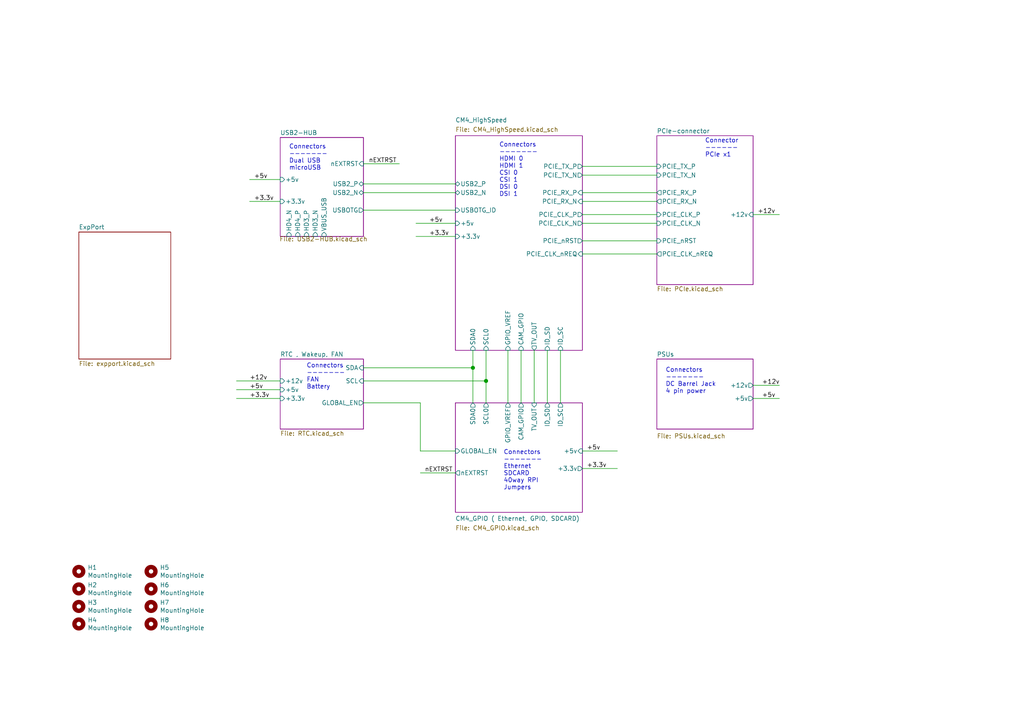
<source format=kicad_sch>
(kicad_sch (version 20230121) (generator eeschema)

  (uuid e63e39d7-6ac0-4ffd-8aa3-1841a4541b55)

  (paper "A4")

  (title_block
    (title "Compute Module 4 IO Board - Top Level")
    (rev "1")
    (company "© 2020-2022 Raspberry Pi Ltd (formerly Raspberry Pi (Trading) Ltd.)")
    (comment 1 "www.raspberrypi.com")
  )

  (lib_symbols
    (symbol "Mechanical:MountingHole" (in_bom yes) (on_board yes)
      (property "Reference" "H" (at 0 5.08 0)
        (effects (font (size 1.27 1.27)))
      )
      (property "Value" "MountingHole" (at 0 3.175 0)
        (effects (font (size 1.27 1.27)))
      )
      (property "Footprint" "" (at 0 0 0)
        (effects (font (size 1.27 1.27)) hide)
      )
      (property "Datasheet" "~" (at 0 0 0)
        (effects (font (size 1.27 1.27)) hide)
      )
      (property "ki_keywords" "mounting hole" (at 0 0 0)
        (effects (font (size 1.27 1.27)) hide)
      )
      (property "ki_description" "Mounting Hole without connection" (at 0 0 0)
        (effects (font (size 1.27 1.27)) hide)
      )
      (property "ki_fp_filters" "MountingHole*" (at 0 0 0)
        (effects (font (size 1.27 1.27)) hide)
      )
      (symbol "MountingHole_0_1"
        (circle (center 0 0) (radius 1.27)
          (stroke (width 1.27) (type default))
          (fill (type none))
        )
      )
    )
  )

  (junction (at 140.97 110.49) (diameter 1.016) (color 0 0 0 0)
    (uuid 87c78429-be2b-40ed-8d3b-56cb9666a56f)
  )
  (junction (at 137.16 106.68) (diameter 1.016) (color 0 0 0 0)
    (uuid 99030c03-63b4-49ba-b5ab-4d56974f7963)
  )

  (wire (pts (xy 81.28 52.07) (xy 72.39 52.07))
    (stroke (width 0) (type solid))
    (uuid 02165243-61a3-4857-84ba-71a77cb9a387)
  )
  (wire (pts (xy 168.91 55.88) (xy 190.5 55.88))
    (stroke (width 0) (type solid))
    (uuid 04f5865e-f449-4408-a0c8-771cccfcb129)
  )
  (wire (pts (xy 105.41 47.498) (xy 115.824 47.498))
    (stroke (width 0) (type solid))
    (uuid 0f3c9e3a-9c59-4881-b27a-d0e982b3ea8e)
  )
  (wire (pts (xy 168.91 69.85) (xy 190.5 69.85))
    (stroke (width 0) (type solid))
    (uuid 213a2af1-412b-47f4-ab3b-c5f43b6be7a6)
  )
  (wire (pts (xy 151.13 116.84) (xy 151.13 101.6))
    (stroke (width 0) (type solid))
    (uuid 29256b3d-9450-4c0a-a4d4-911f04b9c140)
  )
  (wire (pts (xy 137.16 101.6) (xy 137.16 106.68))
    (stroke (width 0) (type solid))
    (uuid 2bef89de-08c7-4a13-9d85-67948d429ca0)
  )
  (wire (pts (xy 162.56 116.84) (xy 162.56 101.6))
    (stroke (width 0) (type solid))
    (uuid 2d6718e7-f18d-444d-9792-ddf1a113460c)
  )
  (wire (pts (xy 147.32 101.6) (xy 147.32 116.84))
    (stroke (width 0) (type solid))
    (uuid 37e4dc66-4492-4061-908d-7213940a2ec3)
  )
  (wire (pts (xy 168.91 135.89) (xy 179.07 135.89))
    (stroke (width 0) (type solid))
    (uuid 43891a3c-749f-498d-ba99-685a27689b0d)
  )
  (wire (pts (xy 105.41 55.88) (xy 132.08 55.88))
    (stroke (width 0) (type solid))
    (uuid 46cfd089-6873-4d8b-89af-02ff30e49472)
  )
  (wire (pts (xy 140.97 110.49) (xy 140.97 101.6))
    (stroke (width 0) (type solid))
    (uuid 483f60da-14d7-4f88-8d01-3f9f30784c70)
  )
  (wire (pts (xy 168.91 58.42) (xy 190.5 58.42))
    (stroke (width 0) (type solid))
    (uuid 6199bec7-e7eb-4ae0-b9ec-c563e157d635)
  )
  (wire (pts (xy 105.41 110.49) (xy 140.97 110.49))
    (stroke (width 0) (type solid))
    (uuid 68b52f01-fa04-4908-bf88-60c62ace1cfa)
  )
  (wire (pts (xy 137.16 106.68) (xy 137.16 116.84))
    (stroke (width 0) (type solid))
    (uuid 6ca3c38c-4e71-4202-b6c1-1b25f04a27ae)
  )
  (wire (pts (xy 168.91 50.8) (xy 190.5 50.8))
    (stroke (width 0) (type solid))
    (uuid 71c77456-1405-42e3-95ed-69e629de0558)
  )
  (wire (pts (xy 120.65 64.77) (xy 132.08 64.77))
    (stroke (width 0) (type solid))
    (uuid 7e969d15-6cc0-4258-8b27-586608a21adb)
  )
  (wire (pts (xy 168.91 64.77) (xy 190.5 64.77))
    (stroke (width 0) (type solid))
    (uuid 7f3eb118-a20c-4239-b800-c9211c66847d)
  )
  (wire (pts (xy 81.28 58.42) (xy 72.39 58.42))
    (stroke (width 0) (type solid))
    (uuid 825c70b0-4860-42b7-97dc-86bfa46e06fd)
  )
  (wire (pts (xy 218.44 62.23) (xy 226.06 62.23))
    (stroke (width 0) (type solid))
    (uuid 909b030b-fa1a-4fe8-b1ee-422b4d9e23cf)
  )
  (wire (pts (xy 218.44 111.76) (xy 226.06 111.76))
    (stroke (width 0) (type solid))
    (uuid 936e2ca6-11ae-4f42-9128-52bb329f3d21)
  )
  (wire (pts (xy 105.41 106.68) (xy 137.16 106.68))
    (stroke (width 0) (type solid))
    (uuid 9d984d1b-8097-407f-92f3-3ef68867dcfa)
  )
  (wire (pts (xy 68.58 113.03) (xy 81.28 113.03))
    (stroke (width 0) (type solid))
    (uuid 9ff4672a-e1a4-4a1e-887d-1b9a3429d278)
  )
  (wire (pts (xy 158.75 101.6) (xy 158.75 116.84))
    (stroke (width 0) (type solid))
    (uuid b603d26a-e034-42fb-8327-b60c5bf9cdd2)
  )
  (wire (pts (xy 105.41 116.84) (xy 121.92 116.84))
    (stroke (width 0) (type solid))
    (uuid b8c83ad1-b3c9-495c-bdc6-62dead00f5ad)
  )
  (wire (pts (xy 154.94 116.84) (xy 154.94 101.6))
    (stroke (width 0) (type solid))
    (uuid b994142f-02ac-4881-9587-6d3df53c96d2)
  )
  (wire (pts (xy 105.41 60.96) (xy 132.08 60.96))
    (stroke (width 0) (type solid))
    (uuid bb4f0314-c44c-4dda-b85c-537120eaae9a)
  )
  (wire (pts (xy 81.28 115.57) (xy 68.58 115.57))
    (stroke (width 0) (type solid))
    (uuid bbb15673-6d42-42b8-9d51-7515b3ad9ee9)
  )
  (wire (pts (xy 132.08 68.58) (xy 120.65 68.58))
    (stroke (width 0) (type solid))
    (uuid cb868d2e-5efb-4bfb-8796-88435b326918)
  )
  (wire (pts (xy 179.07 130.81) (xy 168.91 130.81))
    (stroke (width 0) (type solid))
    (uuid cbc539d2-6a10-4052-9b7a-f10326dcac67)
  )
  (wire (pts (xy 168.91 73.66) (xy 190.5 73.66))
    (stroke (width 0) (type solid))
    (uuid d2de4093-1fc2-4bc1-94b6-4d0fe3426c6f)
  )
  (wire (pts (xy 168.91 62.23) (xy 190.5 62.23))
    (stroke (width 0) (type solid))
    (uuid e47adf3d-9c24-4345-80c9-66679cad107e)
  )
  (wire (pts (xy 105.41 53.34) (xy 132.08 53.34))
    (stroke (width 0) (type solid))
    (uuid e83e0227-ac0f-4180-82bd-68d3a7b56476)
  )
  (wire (pts (xy 218.44 115.57) (xy 226.06 115.57))
    (stroke (width 0) (type solid))
    (uuid ebadd2a5-21ab-4a7e-b5bc-6f737367e560)
  )
  (wire (pts (xy 68.58 110.49) (xy 81.28 110.49))
    (stroke (width 0) (type solid))
    (uuid edc9ab4f-487a-48dc-95f2-4d87f0e9cf9e)
  )
  (wire (pts (xy 121.92 137.16) (xy 132.08 137.16))
    (stroke (width 0) (type solid))
    (uuid f022716e-b121-4cbf-a833-20e924070c22)
  )
  (wire (pts (xy 168.91 48.26) (xy 190.5 48.26))
    (stroke (width 0) (type solid))
    (uuid f144a97d-c3f0-423f-b0a9-3f7dbc42478b)
  )
  (wire (pts (xy 121.92 130.81) (xy 121.92 116.84))
    (stroke (width 0) (type solid))
    (uuid f1dd8642-b405-490b-a449-d1cc5797fda8)
  )
  (wire (pts (xy 140.97 116.84) (xy 140.97 110.49))
    (stroke (width 0) (type solid))
    (uuid fb03d859-dcc9-4533-b352-64830e0e5423)
  )
  (wire (pts (xy 132.08 130.81) (xy 121.92 130.81))
    (stroke (width 0) (type solid))
    (uuid fc0a4225-db46-4d48-8163-d522602d57cd)
  )

  (text "Connectors\n-------\nFAN\nBattery" (at 88.9 113.03 0)
    (effects (font (size 1.27 1.27)) (justify left bottom))
    (uuid 0c30a4be-5679-499f-8c5b-5f3024f9d6cf)
  )
  (text "Connector\n------\nPCIe x1" (at 204.47 45.72 0)
    (effects (font (size 1.27 1.27)) (justify left bottom))
    (uuid 2f3deced-880d-4075-a81b-95c62da5b94d)
  )
  (text "Connectors\n-------\nDC Barrel Jack\n4 pin power" (at 193.04 114.3 0)
    (effects (font (size 1.27 1.27)) (justify left bottom))
    (uuid 3cfcbcc7-4f45-46ab-82a8-c414c7972161)
  )
  (text "Connectors\n-------\nDual USB\nmicroUSB" (at 83.82 49.53 0)
    (effects (font (size 1.27 1.27)) (justify left bottom))
    (uuid 4dc6088c-89a5-4db7-b3ae-db4b6396ad49)
  )
  (text "Connectors\n-------\nEthernet\nSDCARD\n40way RPI\nJumpers"
    (at 146.05 142.24 0)
    (effects (font (size 1.27 1.27)) (justify left bottom))
    (uuid a501555e-bbc7-4b58-ad89-28a0cd3dd6d0)
  )
  (text "Connectors\n-------\nHDMI 0\nHDMI 1\nCSI 0\nCSI 1\nDSI 0\nDSI 1"
    (at 144.78 57.15 0)
    (effects (font (size 1.27 1.27)) (justify left bottom))
    (uuid db83d0af-e085-4050-8496-fa2ebdecbd62)
  )

  (label "+5v" (at 220.98 115.57 0) (fields_autoplaced)
    (effects (font (size 1.27 1.27)) (justify left bottom))
    (uuid 0d35483a-0b12-46cc-b9f2-896fd6831779)
  )
  (label "+12v" (at 72.39 110.49 0) (fields_autoplaced)
    (effects (font (size 1.27 1.27)) (justify left bottom))
    (uuid 4d609e7c-74c9-4ae9-a26d-946ff00c167d)
  )
  (label "+5v" (at 170.18 130.81 0) (fields_autoplaced)
    (effects (font (size 1.27 1.27)) (justify left bottom))
    (uuid 55992e35-fe7b-468a-9b7a-1e4dc931b904)
  )
  (label "+5v" (at 124.46 64.77 0) (fields_autoplaced)
    (effects (font (size 1.27 1.27)) (justify left bottom))
    (uuid 5740c959-93d8-47fd-8f68-62f0109e753d)
  )
  (label "+5v" (at 72.39 113.03 0) (fields_autoplaced)
    (effects (font (size 1.27 1.27)) (justify left bottom))
    (uuid 786b6072-5772-4bc1-8eeb-6c4e19f2a91b)
  )
  (label "+3.3v" (at 73.66 58.42 0) (fields_autoplaced)
    (effects (font (size 1.27 1.27)) (justify left bottom))
    (uuid 7e08f2a4-63d6-468b-bd8b-ec607077e023)
  )
  (label "+12v" (at 220.98 111.76 0) (fields_autoplaced)
    (effects (font (size 1.27 1.27)) (justify left bottom))
    (uuid 9702d639-3b1f-4825-8985-b32b9008503d)
  )
  (label "+3.3v" (at 72.39 115.57 0) (fields_autoplaced)
    (effects (font (size 1.27 1.27)) (justify left bottom))
    (uuid 9a9f2d82-f64d-4264-8bec-c182528fc4de)
  )
  (label "+3.3v" (at 170.18 135.89 0) (fields_autoplaced)
    (effects (font (size 1.27 1.27)) (justify left bottom))
    (uuid a06e8e78-f567-42e6-b645-013b1073ca31)
  )
  (label "+5v" (at 73.66 52.07 0) (fields_autoplaced)
    (effects (font (size 1.27 1.27)) (justify left bottom))
    (uuid b60c50d1-225e-415c-8712-7acb5e3dc8ea)
  )
  (label "nEXTRST" (at 106.934 47.498 0) (fields_autoplaced)
    (effects (font (size 1.27 1.27)) (justify left bottom))
    (uuid b6bcc3cf-50de-4a33-bc41-678825c1ecf2)
  )
  (label "+3.3v" (at 124.46 68.58 0) (fields_autoplaced)
    (effects (font (size 1.27 1.27)) (justify left bottom))
    (uuid c3c93de0-69b1-4a04-8e0b-d78caf487c63)
  )
  (label "+12v" (at 219.71 62.23 0) (fields_autoplaced)
    (effects (font (size 1.27 1.27)) (justify left bottom))
    (uuid ec9e24d8-d1c5-40e2-9812-dc315d05f470)
  )
  (label "nEXTRST" (at 123.19 137.16 0) (fields_autoplaced)
    (effects (font (size 1.27 1.27)) (justify left bottom))
    (uuid f9865a9f-edb8-49c7-828f-4896e1f3047a)
  )

  (symbol (lib_id "Mechanical:MountingHole") (at 22.86 180.975 0) (unit 1)
    (in_bom yes) (on_board yes) (dnp no)
    (uuid 00000000-0000-0000-0000-00005e3b1a1d)
    (property "Reference" "H4" (at 25.4 179.832 0)
      (effects (font (size 1.27 1.27)) (justify left))
    )
    (property "Value" "MountingHole" (at 25.4 182.118 0)
      (effects (font (size 1.27 1.27)) (justify left))
    )
    (property "Footprint" "MountingHole:MountingHole_2.7mm_M2.5" (at 22.86 180.975 0)
      (effects (font (size 1.27 1.27)) hide)
    )
    (property "Datasheet" "~" (at 22.86 180.975 0)
      (effects (font (size 1.27 1.27)) hide)
    )
    (property "Field4" "nf" (at 22.86 180.975 0)
      (effects (font (size 1.27 1.27)) hide)
    )
    (property "Field5" "nf" (at 22.86 180.975 0)
      (effects (font (size 1.27 1.27)) hide)
    )
    (property "Field6" "nf" (at 22.86 180.975 0)
      (effects (font (size 1.27 1.27)) hide)
    )
    (property "Field7" "nf" (at 22.86 180.975 0)
      (effects (font (size 1.27 1.27)) hide)
    )
    (property "Part Description" "M2.5 mounting hole" (at 22.86 180.975 0)
      (effects (font (size 1.27 1.27)) hide)
    )
    (instances
      (project "CM4RPMT"
        (path "/e63e39d7-6ac0-4ffd-8aa3-1841a4541b55"
          (reference "H4") (unit 1)
        )
      )
    )
  )

  (symbol (lib_id "Mechanical:MountingHole") (at 22.86 175.895 0) (unit 1)
    (in_bom yes) (on_board yes) (dnp no)
    (uuid 00000000-0000-0000-0000-00005e3b25a9)
    (property "Reference" "H3" (at 25.4 174.752 0)
      (effects (font (size 1.27 1.27)) (justify left))
    )
    (property "Value" "MountingHole" (at 25.4 177.038 0)
      (effects (font (size 1.27 1.27)) (justify left))
    )
    (property "Footprint" "MountingHole:MountingHole_2.7mm_M2.5" (at 22.86 175.895 0)
      (effects (font (size 1.27 1.27)) hide)
    )
    (property "Datasheet" "~" (at 22.86 175.895 0)
      (effects (font (size 1.27 1.27)) hide)
    )
    (property "Field4" "nf" (at 22.86 175.895 0)
      (effects (font (size 1.27 1.27)) hide)
    )
    (property "Field5" "nf" (at 22.86 175.895 0)
      (effects (font (size 1.27 1.27)) hide)
    )
    (property "Field6" "nf" (at 22.86 175.895 0)
      (effects (font (size 1.27 1.27)) hide)
    )
    (property "Field7" "nf" (at 22.86 175.895 0)
      (effects (font (size 1.27 1.27)) hide)
    )
    (property "Part Description" "M2.5 mounting hole" (at 22.86 175.895 0)
      (effects (font (size 1.27 1.27)) hide)
    )
    (instances
      (project "CM4RPMT"
        (path "/e63e39d7-6ac0-4ffd-8aa3-1841a4541b55"
          (reference "H3") (unit 1)
        )
      )
    )
  )

  (symbol (lib_id "Mechanical:MountingHole") (at 22.86 170.815 0) (unit 1)
    (in_bom yes) (on_board yes) (dnp no)
    (uuid 00000000-0000-0000-0000-00005e3b2cb2)
    (property "Reference" "H2" (at 25.4 169.672 0)
      (effects (font (size 1.27 1.27)) (justify left))
    )
    (property "Value" "MountingHole" (at 25.4 171.958 0)
      (effects (font (size 1.27 1.27)) (justify left))
    )
    (property "Footprint" "MountingHole:MountingHole_2.7mm_M2.5" (at 22.86 170.815 0)
      (effects (font (size 1.27 1.27)) hide)
    )
    (property "Datasheet" "~" (at 22.86 170.815 0)
      (effects (font (size 1.27 1.27)) hide)
    )
    (property "Field4" "nf" (at 22.86 170.815 0)
      (effects (font (size 1.27 1.27)) hide)
    )
    (property "Field5" "nf" (at 22.86 170.815 0)
      (effects (font (size 1.27 1.27)) hide)
    )
    (property "Field6" "nf" (at 22.86 170.815 0)
      (effects (font (size 1.27 1.27)) hide)
    )
    (property "Field7" "nf" (at 22.86 170.815 0)
      (effects (font (size 1.27 1.27)) hide)
    )
    (property "Part Description" "M2.5 mounting hole" (at 22.86 170.815 0)
      (effects (font (size 1.27 1.27)) hide)
    )
    (instances
      (project "CM4RPMT"
        (path "/e63e39d7-6ac0-4ffd-8aa3-1841a4541b55"
          (reference "H2") (unit 1)
        )
      )
    )
  )

  (symbol (lib_id "Mechanical:MountingHole") (at 22.86 165.735 0) (unit 1)
    (in_bom yes) (on_board yes) (dnp no)
    (uuid 00000000-0000-0000-0000-00005e3b2f75)
    (property "Reference" "H1" (at 25.4 164.592 0)
      (effects (font (size 1.27 1.27)) (justify left))
    )
    (property "Value" "MountingHole" (at 25.4 166.878 0)
      (effects (font (size 1.27 1.27)) (justify left))
    )
    (property "Footprint" "MountingHole:MountingHole_2.7mm_M2.5" (at 22.86 165.735 0)
      (effects (font (size 1.27 1.27)) hide)
    )
    (property "Datasheet" "~" (at 22.86 165.735 0)
      (effects (font (size 1.27 1.27)) hide)
    )
    (property "Field4" "nf" (at 22.86 165.735 0)
      (effects (font (size 1.27 1.27)) hide)
    )
    (property "Field5" "nf" (at 22.86 165.735 0)
      (effects (font (size 1.27 1.27)) hide)
    )
    (property "Field6" "nf" (at 22.86 165.735 0)
      (effects (font (size 1.27 1.27)) hide)
    )
    (property "Field7" "nf" (at 22.86 165.735 0)
      (effects (font (size 1.27 1.27)) hide)
    )
    (property "Part Description" "M2.5 mounting hole" (at 22.86 165.735 0)
      (effects (font (size 1.27 1.27)) hide)
    )
    (instances
      (project "CM4RPMT"
        (path "/e63e39d7-6ac0-4ffd-8aa3-1841a4541b55"
          (reference "H1") (unit 1)
        )
      )
    )
  )

  (symbol (lib_id "Mechanical:MountingHole") (at 43.815 165.735 0) (unit 1)
    (in_bom yes) (on_board yes) (dnp no)
    (uuid 00000000-0000-0000-0000-00005e3b32fa)
    (property "Reference" "H5" (at 46.355 164.592 0)
      (effects (font (size 1.27 1.27)) (justify left))
    )
    (property "Value" "MountingHole" (at 46.355 166.878 0)
      (effects (font (size 1.27 1.27)) (justify left))
    )
    (property "Footprint" "MountingHole:MountingHole_2.7mm_M2.5" (at 43.815 165.735 0)
      (effects (font (size 1.27 1.27)) hide)
    )
    (property "Datasheet" "~" (at 43.815 165.735 0)
      (effects (font (size 1.27 1.27)) hide)
    )
    (property "Field4" "nf" (at 43.815 165.735 0)
      (effects (font (size 1.27 1.27)) hide)
    )
    (property "Field5" "nf" (at 43.815 165.735 0)
      (effects (font (size 1.27 1.27)) hide)
    )
    (property "Field6" "nf" (at 43.815 165.735 0)
      (effects (font (size 1.27 1.27)) hide)
    )
    (property "Field7" "nf" (at 43.815 165.735 0)
      (effects (font (size 1.27 1.27)) hide)
    )
    (property "Part Description" "M2.5 mounting hole" (at 43.815 165.735 0)
      (effects (font (size 1.27 1.27)) hide)
    )
    (instances
      (project "CM4RPMT"
        (path "/e63e39d7-6ac0-4ffd-8aa3-1841a4541b55"
          (reference "H5") (unit 1)
        )
      )
    )
  )

  (symbol (lib_id "Mechanical:MountingHole") (at 43.815 180.975 0) (unit 1)
    (in_bom yes) (on_board yes) (dnp no)
    (uuid 00000000-0000-0000-0000-00005e3b330c)
    (property "Reference" "H8" (at 46.355 179.832 0)
      (effects (font (size 1.27 1.27)) (justify left))
    )
    (property "Value" "MountingHole" (at 46.355 182.118 0)
      (effects (font (size 1.27 1.27)) (justify left))
    )
    (property "Footprint" "MountingHole:MountingHole_2.7mm_M2.5" (at 43.815 180.975 0)
      (effects (font (size 1.27 1.27)) hide)
    )
    (property "Datasheet" "~" (at 43.815 180.975 0)
      (effects (font (size 1.27 1.27)) hide)
    )
    (property "Field4" "nf" (at 43.815 180.975 0)
      (effects (font (size 1.27 1.27)) hide)
    )
    (property "Field5" "nf" (at 43.815 180.975 0)
      (effects (font (size 1.27 1.27)) hide)
    )
    (property "Field6" "nf" (at 43.815 180.975 0)
      (effects (font (size 1.27 1.27)) hide)
    )
    (property "Field7" "nf" (at 43.815 180.975 0)
      (effects (font (size 1.27 1.27)) hide)
    )
    (property "Part Description" "M2.5 mounting hole" (at 43.815 180.975 0)
      (effects (font (size 1.27 1.27)) hide)
    )
    (instances
      (project "CM4RPMT"
        (path "/e63e39d7-6ac0-4ffd-8aa3-1841a4541b55"
          (reference "H8") (unit 1)
        )
      )
    )
  )

  (symbol (lib_id "Mechanical:MountingHole") (at 43.815 175.895 0) (unit 1)
    (in_bom yes) (on_board yes) (dnp no)
    (uuid 00000000-0000-0000-0000-00005e3b331e)
    (property "Reference" "H7" (at 46.355 174.752 0)
      (effects (font (size 1.27 1.27)) (justify left))
    )
    (property "Value" "MountingHole" (at 46.355 177.038 0)
      (effects (font (size 1.27 1.27)) (justify left))
    )
    (property "Footprint" "MountingHole:MountingHole_2.7mm_M2.5" (at 43.815 175.895 0)
      (effects (font (size 1.27 1.27)) hide)
    )
    (property "Datasheet" "~" (at 43.815 175.895 0)
      (effects (font (size 1.27 1.27)) hide)
    )
    (property "Field4" "nf" (at 43.815 175.895 0)
      (effects (font (size 1.27 1.27)) hide)
    )
    (property "Field5" "nf" (at 43.815 175.895 0)
      (effects (font (size 1.27 1.27)) hide)
    )
    (property "Field6" "nf" (at 43.815 175.895 0)
      (effects (font (size 1.27 1.27)) hide)
    )
    (property "Field7" "nf" (at 43.815 175.895 0)
      (effects (font (size 1.27 1.27)) hide)
    )
    (property "Part Description" "M2.5 mounting hole" (at 43.815 175.895 0)
      (effects (font (size 1.27 1.27)) hide)
    )
    (instances
      (project "CM4RPMT"
        (path "/e63e39d7-6ac0-4ffd-8aa3-1841a4541b55"
          (reference "H7") (unit 1)
        )
      )
    )
  )

  (symbol (lib_id "Mechanical:MountingHole") (at 43.815 170.815 0) (unit 1)
    (in_bom yes) (on_board yes) (dnp no)
    (uuid 00000000-0000-0000-0000-00005e3b3330)
    (property "Reference" "H6" (at 46.355 169.672 0)
      (effects (font (size 1.27 1.27)) (justify left))
    )
    (property "Value" "MountingHole" (at 46.355 171.958 0)
      (effects (font (size 1.27 1.27)) (justify left))
    )
    (property "Footprint" "MountingHole:MountingHole_2.7mm_M2.5" (at 43.815 170.815 0)
      (effects (font (size 1.27 1.27)) hide)
    )
    (property "Datasheet" "~" (at 43.815 170.815 0)
      (effects (font (size 1.27 1.27)) hide)
    )
    (property "Field4" "nf" (at 43.815 170.815 0)
      (effects (font (size 1.27 1.27)) hide)
    )
    (property "Field5" "nf" (at 43.815 170.815 0)
      (effects (font (size 1.27 1.27)) hide)
    )
    (property "Field6" "nf" (at 43.815 170.815 0)
      (effects (font (size 1.27 1.27)) hide)
    )
    (property "Field7" "nf" (at 43.815 170.815 0)
      (effects (font (size 1.27 1.27)) hide)
    )
    (property "Part Description" "M2.5 mounting hole" (at 43.815 170.815 0)
      (effects (font (size 1.27 1.27)) hide)
    )
    (instances
      (project "CM4RPMT"
        (path "/e63e39d7-6ac0-4ffd-8aa3-1841a4541b55"
          (reference "H6") (unit 1)
        )
      )
    )
  )

  (sheet (at 132.08 116.84) (size 36.83 31.75)
    (stroke (width 0.1524) (type solid) (color 132 0 132 1))
    (fill (color 255 255 255 0.0000))
    (uuid 00000000-0000-0000-0000-00005cff706a)
    (property "Sheetname" "CM4_GPIO ( Ethernet, GPIO, SDCARD)" (at 132.08 151.13 0)
      (effects (font (size 1.27 1.27)) (justify left bottom))
    )
    (property "Sheetfile" "CM4_GPIO.kicad_sch" (at 132.08 152.4 0)
      (effects (font (size 1.27 1.27)) (justify left top))
    )
    (pin "ID_SC" output (at 162.56 116.84 90)
      (effects (font (size 1.27 1.27)) (justify right))
      (uuid 2e642b3e-a476-4c54-9a52-dcea955640cd)
    )
    (pin "ID_SD" output (at 158.75 116.84 90)
      (effects (font (size 1.27 1.27)) (justify right))
      (uuid 5038e144-5119-49db-b6cf-f7c345f1cf03)
    )
    (pin "CAM_GPIO" output (at 151.13 116.84 90)
      (effects (font (size 1.27 1.27)) (justify right))
      (uuid ac264c30-3e9a-4be2-b97a-9949b68bd497)
    )
    (pin "SCL0" output (at 140.97 116.84 90)
      (effects (font (size 1.27 1.27)) (justify right))
      (uuid 54365317-1355-4216-bb75-829375abc4ec)
    )
    (pin "SDA0" output (at 137.16 116.84 90)
      (effects (font (size 1.27 1.27)) (justify right))
      (uuid a3e4f0ae-9f86-49e9-b386-ed8b42e012fb)
    )
    (pin "+5v" input (at 168.91 130.81 0)
      (effects (font (size 1.27 1.27)) (justify right))
      (uuid a690fc6c-55d9-47e6-b533-faa4b67e20f3)
    )
    (pin "+3.3v" output (at 168.91 135.89 0)
      (effects (font (size 1.27 1.27)) (justify right))
      (uuid c144caa5-b0d4-4cef-840a-d4ad178a2102)
    )
    (pin "nEXTRST" output (at 132.08 137.16 180)
      (effects (font (size 1.27 1.27)) (justify left))
      (uuid efeac2a2-7682-4dc7-83ee-f6f1b23da506)
    )
    (pin "GLOBAL_EN" input (at 132.08 130.81 180)
      (effects (font (size 1.27 1.27)) (justify left))
      (uuid 5fc27c35-3e1c-4f96-817c-93b5570858a6)
    )
    (pin "GPIO_VREF" output (at 147.32 116.84 90)
      (effects (font (size 1.27 1.27)) (justify right))
      (uuid 6c9b793c-e74d-4754-a2c0-901e73b26f1c)
    )
    (pin "TV_OUT" input (at 154.94 116.84 90)
      (effects (font (size 1.27 1.27)) (justify right))
      (uuid 6a45789b-3855-401f-8139-3c734f7f52f9)
    )
    (instances
      (project "CM4RPMT"
        (path "/e63e39d7-6ac0-4ffd-8aa3-1841a4541b55" (page "5"))
      )
    )
  )

  (sheet (at 132.08 39.37) (size 36.83 62.23)
    (stroke (width 0.1524) (type solid) (color 132 0 132 1))
    (fill (color 255 255 255 0.0000))
    (uuid 00000000-0000-0000-0000-00005cff70b1)
    (property "Sheetname" "CM4_HighSpeed" (at 132.08 35.56 0)
      (effects (font (size 1.27 1.27)) (justify left bottom))
    )
    (property "Sheetfile" "CM4_HighSpeed.kicad_sch" (at 132.08 36.83 0)
      (effects (font (size 1.27 1.27)) (justify left top))
    )
    (pin "USB2_N" bidirectional (at 132.08 55.88 180)
      (effects (font (size 1.27 1.27)) (justify left))
      (uuid fd470e95-4861-44fe-b1e4-6d8a7c66e144)
    )
    (pin "USB2_P" bidirectional (at 132.08 53.34 180)
      (effects (font (size 1.27 1.27)) (justify left))
      (uuid 8174b4de-74b1-48db-ab8e-c8432251095b)
    )
    (pin "ID_SC" input (at 162.56 101.6 270)
      (effects (font (size 1.27 1.27)) (justify left))
      (uuid 704d6d51-bb34-4cbf-83d8-841e208048d8)
    )
    (pin "ID_SD" input (at 158.75 101.6 270)
      (effects (font (size 1.27 1.27)) (justify left))
      (uuid 0eaa98f0-9565-4637-ace3-42a5231b07f7)
    )
    (pin "CAM_GPIO" input (at 151.13 101.6 270)
      (effects (font (size 1.27 1.27)) (justify left))
      (uuid 181abe7a-f941-42b6-bd46-aaa3131f90fb)
    )
    (pin "SCL0" input (at 140.97 101.6 270)
      (effects (font (size 1.27 1.27)) (justify left))
      (uuid ce83728b-bebd-48c2-8734-b6a50d837931)
    )
    (pin "SDA0" input (at 137.16 101.6 270)
      (effects (font (size 1.27 1.27)) (justify left))
      (uuid c41b3c8b-634e-435a-b582-96b83bbd4032)
    )
    (pin "+5v" input (at 132.08 64.77 180)
      (effects (font (size 1.27 1.27)) (justify left))
      (uuid 9340c285-5767-42d5-8b6d-63fe2a40ddf3)
    )
    (pin "PCIE_CLK_P" output (at 168.91 62.23 0)
      (effects (font (size 1.27 1.27)) (justify right))
      (uuid 1831fb37-1c5d-42c4-b898-151be6fca9dc)
    )
    (pin "PCIE_CLK_N" output (at 168.91 64.77 0)
      (effects (font (size 1.27 1.27)) (justify right))
      (uuid 0f22151c-f260-4674-b486-4710a2c42a55)
    )
    (pin "PCIE_TX_P" output (at 168.91 48.26 0)
      (effects (font (size 1.27 1.27)) (justify right))
      (uuid fe8d9267-7834-48d6-a191-c8724b2ee78d)
    )
    (pin "PCIE_TX_N" output (at 168.91 50.8 0)
      (effects (font (size 1.27 1.27)) (justify right))
      (uuid 0b21a65d-d20b-411e-920a-75c343ac5136)
    )
    (pin "PCIE_nRST" output (at 168.91 69.85 0)
      (effects (font (size 1.27 1.27)) (justify right))
      (uuid 3cd1bda0-18db-417d-b581-a0c50623df68)
    )
    (pin "PCIE_RX_P" input (at 168.91 55.88 0)
      (effects (font (size 1.27 1.27)) (justify right))
      (uuid d57dcfee-5058-4fc2-a68b-05f9a48f685b)
    )
    (pin "PCIE_RX_N" input (at 168.91 58.42 0)
      (effects (font (size 1.27 1.27)) (justify right))
      (uuid 03c52831-5dc5-43c5-a442-8d23643b46fb)
    )
    (pin "PCIE_CLK_nREQ" input (at 168.91 73.66 0)
      (effects (font (size 1.27 1.27)) (justify right))
      (uuid a1823eb2-fb0d-4ed8-8b96-04184ac3a9d5)
    )
    (pin "+3.3v" input (at 132.08 68.58 180)
      (effects (font (size 1.27 1.27)) (justify left))
      (uuid 29e78086-2175-405e-9ba3-c48766d2f50c)
    )
    (pin "USBOTG_ID" input (at 132.08 60.96 180)
      (effects (font (size 1.27 1.27)) (justify left))
      (uuid 94a873dc-af67-4ef9-8159-1f7c93eeb3d7)
    )
    (pin "GPIO_VREF" input (at 147.32 101.6 270)
      (effects (font (size 1.27 1.27)) (justify left))
      (uuid 4c8eb964-bdf4-44de-90e9-e2ab82dd5313)
    )
    (pin "TV_OUT" output (at 154.94 101.6 270)
      (effects (font (size 1.27 1.27)) (justify left))
      (uuid aa14c3bd-4acc-4908-9d28-228585a22a9d)
    )
    (instances
      (project "CM4RPMT"
        (path "/e63e39d7-6ac0-4ffd-8aa3-1841a4541b55" (page "4"))
      )
    )
  )

  (sheet (at 190.5 104.14) (size 27.94 20.32)
    (stroke (width 0.1524) (type solid) (color 132 0 132 1))
    (fill (color 255 255 255 0.0000))
    (uuid 00000000-0000-0000-0000-00005d31f999)
    (property "Sheetname" "PSUs" (at 190.5 103.5045 0)
      (effects (font (size 1.27 1.27)) (justify left bottom))
    )
    (property "Sheetfile" "PSUs.kicad_sch" (at 190.5 125.73 0)
      (effects (font (size 1.27 1.27)) (justify left top))
    )
    (pin "+5v" output (at 218.44 115.57 0)
      (effects (font (size 1.27 1.27)) (justify right))
      (uuid bfc0aadc-38cf-466e-a642-68fdc3138c78)
    )
    (pin "+12v" output (at 218.44 111.76 0)
      (effects (font (size 1.27 1.27)) (justify right))
      (uuid 6441b183-b8f2-458f-a23d-60e2b1f66dd6)
    )
    (instances
      (project "CM4RPMT"
        (path "/e63e39d7-6ac0-4ffd-8aa3-1841a4541b55" (page "7"))
      )
    )
  )

  (sheet (at 81.28 39.878) (size 24.13 28.702)
    (stroke (width 0.1524) (type solid) (color 132 0 132 1))
    (fill (color 255 255 255 0.0000))
    (uuid 00000000-0000-0000-0000-00005e072e02)
    (property "Sheetname" "USB2-HUB" (at 81.28 39.2425 0)
      (effects (font (size 1.27 1.27)) (justify left bottom))
    )
    (property "Sheetfile" "USB2-HUB.kicad_sch" (at 81.026 68.58 0)
      (effects (font (size 1.27 1.27)) (justify left top))
    )
    (pin "USB2_N" bidirectional (at 105.41 55.88 0)
      (effects (font (size 1.27 1.27)) (justify right))
      (uuid c01d25cd-f4bb-4ef3-b5ea-533a2a4ddb2b)
    )
    (pin "USB2_P" bidirectional (at 105.41 53.34 0)
      (effects (font (size 1.27 1.27)) (justify right))
      (uuid 9e1b837f-0d34-4a18-9644-9ee68f141f46)
    )
    (pin "+5v" input (at 81.28 52.07 180)
      (effects (font (size 1.27 1.27)) (justify left))
      (uuid 63ff1c93-3f96-4c33-b498-5dd8c33bccc0)
    )
    (pin "+3.3v" input (at 81.28 58.42 180)
      (effects (font (size 1.27 1.27)) (justify left))
      (uuid b88717bd-086f-46cd-9d3f-0396009d0996)
    )
    (pin "nEXTRST" input (at 105.41 47.498 0)
      (effects (font (size 1.27 1.27)) (justify right))
      (uuid 61fe293f-6808-4b7f-9340-9aaac7054a97)
    )
    (pin "USBOTG" output (at 105.41 60.96 0)
      (effects (font (size 1.27 1.27)) (justify right))
      (uuid 2f215f15-3d52-4c91-93e6-3ea03a95622f)
    )
    (pin "HD4_N" input (at 83.82 68.58 270)
      (effects (font (size 1.27 1.27)) (justify left))
      (uuid 8188f17f-8228-4d99-bab9-64b573cc278e)
    )
    (pin "HD4_P" input (at 86.36 68.58 270)
      (effects (font (size 1.27 1.27)) (justify left))
      (uuid 3ff7e092-4213-4d75-a367-555a3888f36c)
    )
    (pin "HD3_P" input (at 88.9 68.58 270)
      (effects (font (size 1.27 1.27)) (justify left))
      (uuid 48586d61-8581-47a3-8091-94841923f4de)
    )
    (pin "HD3_N" input (at 91.44 68.58 270)
      (effects (font (size 1.27 1.27)) (justify left))
      (uuid ead5e911-875e-4c53-a1cb-a6dd14ee1bd1)
    )
    (pin "VBUS_USB" input (at 93.98 68.58 270)
      (effects (font (size 1.27 1.27)) (justify left))
      (uuid 22b8a5df-6579-42fe-ac2e-a2e590ce3ae7)
    )
    (instances
      (project "CM4RPMT"
        (path "/e63e39d7-6ac0-4ffd-8aa3-1841a4541b55" (page "2"))
      )
    )
  )

  (sheet (at 81.28 104.14) (size 24.13 20.32)
    (stroke (width 0.1524) (type solid) (color 132 0 132 1))
    (fill (color 255 255 255 0.0000))
    (uuid 00000000-0000-0000-0000-00005e328d89)
    (property "Sheetname" "RTC , Wakeup, FAN" (at 81.28 103.5045 0)
      (effects (font (size 1.27 1.27)) (justify left bottom))
    )
    (property "Sheetfile" "RTC.kicad_sch" (at 81.28 124.9685 0)
      (effects (font (size 1.27 1.27)) (justify left top))
    )
    (pin "SCL" input (at 105.41 110.49 0)
      (effects (font (size 1.27 1.27)) (justify right))
      (uuid 7bbf981c-a063-4e30-8911-e4228e1c0743)
    )
    (pin "SDA" input (at 105.41 106.68 0)
      (effects (font (size 1.27 1.27)) (justify right))
      (uuid 5528bcad-2950-4673-90eb-c37e6952c475)
    )
    (pin "+5v" input (at 81.28 113.03 180)
      (effects (font (size 1.27 1.27)) (justify left))
      (uuid 7edc9030-db7b-43ac-a1b3-b87eeacb4c2d)
    )
    (pin "+3.3v" input (at 81.28 115.57 180)
      (effects (font (size 1.27 1.27)) (justify left))
      (uuid 08a7c925-7fae-4530-b0c9-120e185cb318)
    )
    (pin "GLOBAL_EN" output (at 105.41 116.84 0)
      (effects (font (size 1.27 1.27)) (justify right))
      (uuid 4a4ec8d9-3d72-4952-83d4-808f65849a2b)
    )
    (pin "+12v" input (at 81.28 110.49 180)
      (effects (font (size 1.27 1.27)) (justify left))
      (uuid cbd8faed-e1f8-4406-87c8-58b2c504a5d4)
    )
    (instances
      (project "CM4RPMT"
        (path "/e63e39d7-6ac0-4ffd-8aa3-1841a4541b55" (page "3"))
      )
    )
  )

  (sheet (at 190.5 39.37) (size 27.94 43.18)
    (stroke (width 0.152) (type solid) (color 132 0 132 1))
    (fill (color 255 255 255 0.0000))
    (uuid 00000000-0000-0000-0000-00005ed4bb5b)
    (property "Sheetname" "PCIe-connector" (at 190.5 38.734 0)
      (effects (font (size 1.27 1.27)) (justify left bottom))
    )
    (property "Sheetfile" "PCIe.kicad_sch" (at 190.5 83.0585 0)
      (effects (font (size 1.27 1.27)) (justify left top))
    )
    (pin "PCIE_CLK_P" input (at 190.5 62.23 180)
      (effects (font (size 1.27 1.27)) (justify left))
      (uuid 7dc880bc-e7eb-4cce-8d8c-0b65a9dd788e)
    )
    (pin "PCIE_CLK_N" input (at 190.5 64.77 180)
      (effects (font (size 1.27 1.27)) (justify left))
      (uuid 9157f4ae-0244-4ff1-9f73-3cb4cbb5f280)
    )
    (pin "PCIE_TX_P" input (at 190.5 48.26 180)
      (effects (font (size 1.27 1.27)) (justify left))
      (uuid 7aed3a71-054b-4aaa-9c0a-030523c32827)
    )
    (pin "PCIE_TX_N" input (at 190.5 50.8 180)
      (effects (font (size 1.27 1.27)) (justify left))
      (uuid 1a1ab354-5f85-45f9-938c-9f6c4c8c3ea2)
    )
    (pin "PCIE_CLK_nREQ" output (at 190.5 73.66 180)
      (effects (font (size 1.27 1.27)) (justify left))
      (uuid 42713045-fffd-4b2d-ae1e-7232d705fb12)
    )
    (pin "PCIE_nRST" input (at 190.5 69.85 180)
      (effects (font (size 1.27 1.27)) (justify left))
      (uuid c0515cd2-cdaa-467e-8354-0f6eadfa35c9)
    )
    (pin "PCIE_RX_P" output (at 190.5 55.88 180)
      (effects (font (size 1.27 1.27)) (justify left))
      (uuid 1bf544e3-5940-4576-9291-2464e95c0ee2)
    )
    (pin "PCIE_RX_N" output (at 190.5 58.42 180)
      (effects (font (size 1.27 1.27)) (justify left))
      (uuid 3aaee4c4-dbf7-49a5-a620-9465d8cc3ae7)
    )
    (pin "+12v" input (at 218.44 62.23 0)
      (effects (font (size 1.27 1.27)) (justify right))
      (uuid bdc7face-9f7c-4701-80bb-4cc144448db1)
    )
    (instances
      (project "CM4RPMT"
        (path "/e63e39d7-6ac0-4ffd-8aa3-1841a4541b55" (page "6"))
      )
    )
  )

  (sheet (at 22.86 67.31) (size 26.67 36.83) (fields_autoplaced)
    (stroke (width 0.1524) (type solid))
    (fill (color 0 0 0 0.0000))
    (uuid 9a59c264-12af-443e-aa82-eb0eb06a6055)
    (property "Sheetname" "ExpPort" (at 22.86 66.5984 0)
      (effects (font (size 1.27 1.27)) (justify left bottom))
    )
    (property "Sheetfile" "expport.kicad_sch" (at 22.86 104.7246 0)
      (effects (font (size 1.27 1.27)) (justify left top))
    )
    (instances
      (project "CM4RPMT"
        (path "/e63e39d7-6ac0-4ffd-8aa3-1841a4541b55" (page "8"))
      )
    )
  )

  (sheet_instances
    (path "/" (page "1"))
  )
)

</source>
